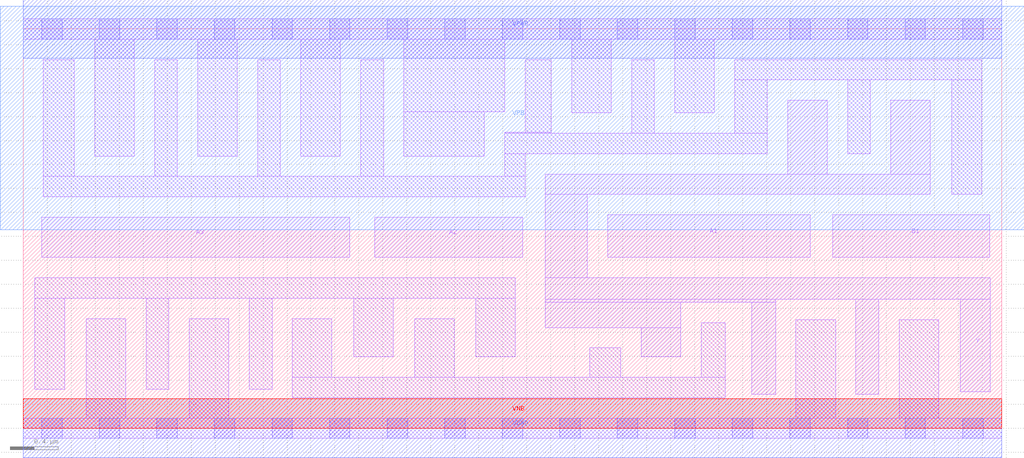
<source format=lef>
# Copyright 2020 The SkyWater PDK Authors
#
# Licensed under the Apache License, Version 2.0 (the "License");
# you may not use this file except in compliance with the License.
# You may obtain a copy of the License at
#
#     https://www.apache.org/licenses/LICENSE-2.0
#
# Unless required by applicable law or agreed to in writing, software
# distributed under the License is distributed on an "AS IS" BASIS,
# WITHOUT WARRANTIES OR CONDITIONS OF ANY KIND, either express or implied.
# See the License for the specific language governing permissions and
# limitations under the License.
#
# SPDX-License-Identifier: Apache-2.0

VERSION 5.7 ;
  NOWIREEXTENSIONATPIN ON ;
  DIVIDERCHAR "/" ;
  BUSBITCHARS "[]" ;
MACRO sky130_fd_sc_lp__a31oi_4
  CLASS CORE ;
  FOREIGN sky130_fd_sc_lp__a31oi_4 ;
  ORIGIN  0.000000  0.000000 ;
  SIZE  8.160000 BY  3.330000 ;
  SYMMETRY X Y R90 ;
  SITE unit ;
  PIN A1
    ANTENNAGATEAREA  1.260000 ;
    DIRECTION INPUT ;
    USE SIGNAL ;
    PORT
      LAYER li1 ;
        RECT 4.875000 1.425000 6.565000 1.780000 ;
    END
  END A1
  PIN A2
    ANTENNAGATEAREA  1.260000 ;
    DIRECTION INPUT ;
    USE SIGNAL ;
    PORT
      LAYER li1 ;
        RECT 2.930000 1.425000 4.165000 1.760000 ;
    END
  END A2
  PIN A3
    ANTENNAGATEAREA  1.260000 ;
    DIRECTION INPUT ;
    USE SIGNAL ;
    PORT
      LAYER li1 ;
        RECT 0.155000 1.425000 2.725000 1.760000 ;
    END
  END A3
  PIN B1
    ANTENNAGATEAREA  1.260000 ;
    DIRECTION INPUT ;
    USE SIGNAL ;
    PORT
      LAYER li1 ;
        RECT 6.750000 1.425000 8.060000 1.780000 ;
    END
  END B1
  PIN Y
    ANTENNADIFFAREA  1.856400 ;
    DIRECTION OUTPUT ;
    USE SIGNAL ;
    PORT
      LAYER li1 ;
        RECT 4.355000 0.840000 5.485000 1.050000 ;
        RECT 4.355000 1.050000 6.275000 1.075000 ;
        RECT 4.355000 1.075000 8.065000 1.255000 ;
        RECT 4.355000 1.255000 4.705000 1.950000 ;
        RECT 4.355000 1.950000 7.565000 2.120000 ;
        RECT 5.155000 0.595000 5.485000 0.840000 ;
        RECT 6.075000 0.285000 6.275000 1.050000 ;
        RECT 6.375000 2.120000 6.705000 2.735000 ;
        RECT 6.945000 0.285000 7.135000 1.075000 ;
        RECT 7.235000 2.120000 7.565000 2.735000 ;
        RECT 7.815000 0.305000 8.065000 1.075000 ;
    END
  END Y
  PIN VGND
    DIRECTION INOUT ;
    USE GROUND ;
    PORT
      LAYER met1 ;
        RECT 0.000000 -0.245000 8.160000 0.245000 ;
    END
  END VGND
  PIN VNB
    DIRECTION INOUT ;
    USE GROUND ;
    PORT
      LAYER pwell ;
        RECT 0.000000 0.000000 8.160000 0.245000 ;
    END
  END VNB
  PIN VPB
    DIRECTION INOUT ;
    USE POWER ;
    PORT
      LAYER nwell ;
        RECT -0.190000 1.655000 8.350000 3.520000 ;
    END
  END VPB
  PIN VPWR
    DIRECTION INOUT ;
    USE POWER ;
    PORT
      LAYER met1 ;
        RECT 0.000000 3.085000 8.160000 3.575000 ;
    END
  END VPWR
  OBS
    LAYER li1 ;
      RECT 0.000000 -0.085000 8.160000 0.085000 ;
      RECT 0.000000  3.245000 8.160000 3.415000 ;
      RECT 0.095000  0.325000 0.345000 1.085000 ;
      RECT 0.095000  1.085000 4.105000 1.255000 ;
      RECT 0.165000  1.930000 4.185000 2.100000 ;
      RECT 0.165000  2.100000 0.425000 3.075000 ;
      RECT 0.525000  0.085000 0.855000 0.915000 ;
      RECT 0.595000  2.270000 0.925000 3.245000 ;
      RECT 1.025000  0.325000 1.215000 1.085000 ;
      RECT 1.095000  2.100000 1.285000 3.075000 ;
      RECT 1.385000  0.085000 1.715000 0.915000 ;
      RECT 1.455000  2.270000 1.785000 3.245000 ;
      RECT 1.885000  0.325000 2.075000 1.085000 ;
      RECT 1.955000  2.100000 2.145000 3.075000 ;
      RECT 2.245000  0.255000 5.855000 0.425000 ;
      RECT 2.245000  0.425000 2.575000 0.915000 ;
      RECT 2.315000  2.270000 2.645000 3.245000 ;
      RECT 2.755000  0.595000 3.085000 1.085000 ;
      RECT 2.815000  2.100000 3.005000 3.075000 ;
      RECT 3.175000  2.270000 3.845000 2.640000 ;
      RECT 3.175000  2.640000 4.015000 3.245000 ;
      RECT 3.265000  0.425000 3.595000 0.915000 ;
      RECT 3.775000  0.595000 4.105000 1.085000 ;
      RECT 4.015000  2.100000 4.185000 2.290000 ;
      RECT 4.015000  2.290000 6.205000 2.460000 ;
      RECT 4.015000  2.460000 4.405000 2.470000 ;
      RECT 4.185000  2.470000 4.405000 3.075000 ;
      RECT 4.575000  2.630000 4.905000 3.245000 ;
      RECT 4.725000  0.425000 4.985000 0.670000 ;
      RECT 5.075000  2.460000 5.265000 3.075000 ;
      RECT 5.435000  2.630000 5.765000 3.245000 ;
      RECT 5.655000  0.425000 5.855000 0.880000 ;
      RECT 5.935000  2.460000 6.205000 2.905000 ;
      RECT 5.935000  2.905000 7.995000 3.075000 ;
      RECT 6.445000  0.085000 6.775000 0.905000 ;
      RECT 6.875000  2.290000 7.065000 2.905000 ;
      RECT 7.305000  0.085000 7.635000 0.905000 ;
      RECT 7.745000  1.950000 7.995000 2.905000 ;
    LAYER mcon ;
      RECT 0.155000 -0.085000 0.325000 0.085000 ;
      RECT 0.155000  3.245000 0.325000 3.415000 ;
      RECT 0.635000 -0.085000 0.805000 0.085000 ;
      RECT 0.635000  3.245000 0.805000 3.415000 ;
      RECT 1.115000 -0.085000 1.285000 0.085000 ;
      RECT 1.115000  3.245000 1.285000 3.415000 ;
      RECT 1.595000 -0.085000 1.765000 0.085000 ;
      RECT 1.595000  3.245000 1.765000 3.415000 ;
      RECT 2.075000 -0.085000 2.245000 0.085000 ;
      RECT 2.075000  3.245000 2.245000 3.415000 ;
      RECT 2.555000 -0.085000 2.725000 0.085000 ;
      RECT 2.555000  3.245000 2.725000 3.415000 ;
      RECT 3.035000 -0.085000 3.205000 0.085000 ;
      RECT 3.035000  3.245000 3.205000 3.415000 ;
      RECT 3.515000 -0.085000 3.685000 0.085000 ;
      RECT 3.515000  3.245000 3.685000 3.415000 ;
      RECT 3.995000 -0.085000 4.165000 0.085000 ;
      RECT 3.995000  3.245000 4.165000 3.415000 ;
      RECT 4.475000 -0.085000 4.645000 0.085000 ;
      RECT 4.475000  3.245000 4.645000 3.415000 ;
      RECT 4.955000 -0.085000 5.125000 0.085000 ;
      RECT 4.955000  3.245000 5.125000 3.415000 ;
      RECT 5.435000 -0.085000 5.605000 0.085000 ;
      RECT 5.435000  3.245000 5.605000 3.415000 ;
      RECT 5.915000 -0.085000 6.085000 0.085000 ;
      RECT 5.915000  3.245000 6.085000 3.415000 ;
      RECT 6.395000 -0.085000 6.565000 0.085000 ;
      RECT 6.395000  3.245000 6.565000 3.415000 ;
      RECT 6.875000 -0.085000 7.045000 0.085000 ;
      RECT 6.875000  3.245000 7.045000 3.415000 ;
      RECT 7.355000 -0.085000 7.525000 0.085000 ;
      RECT 7.355000  3.245000 7.525000 3.415000 ;
      RECT 7.835000 -0.085000 8.005000 0.085000 ;
      RECT 7.835000  3.245000 8.005000 3.415000 ;
  END
END sky130_fd_sc_lp__a31oi_4
END LIBRARY

</source>
